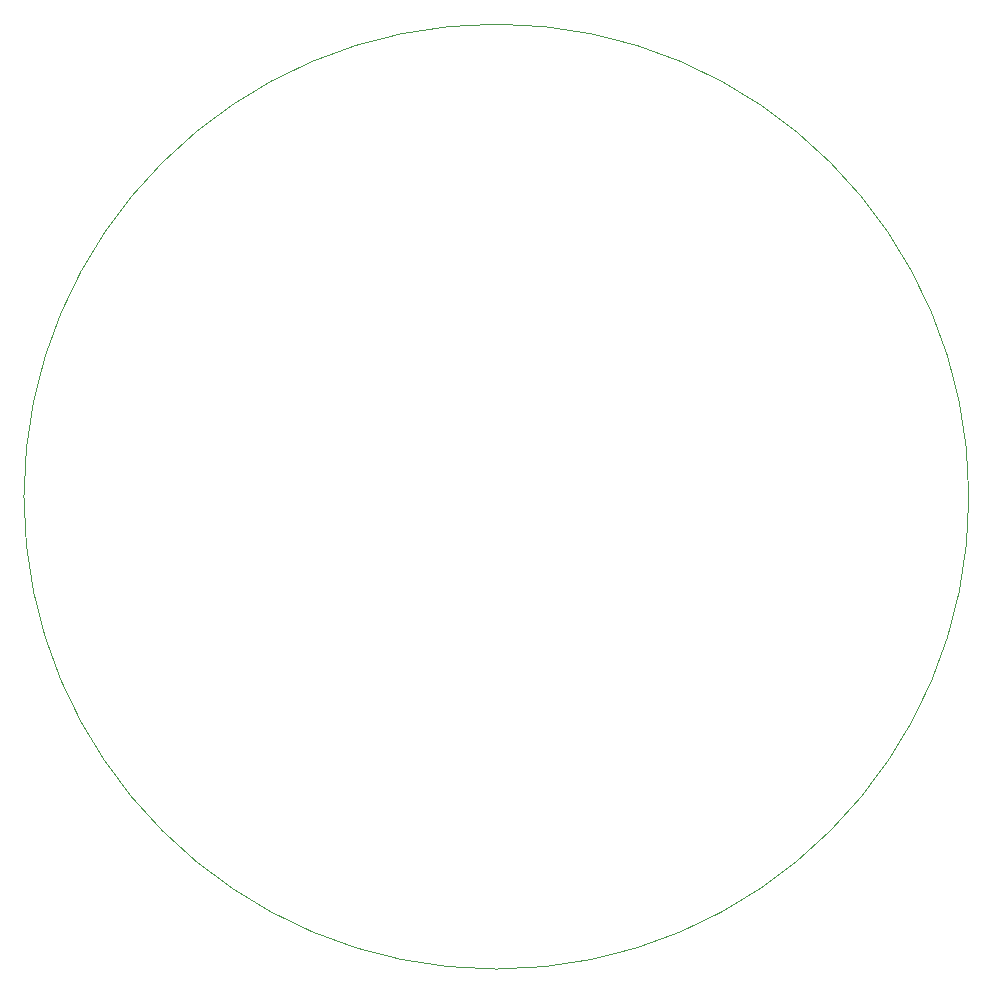
<source format=gm1>
%TF.GenerationSoftware,KiCad,Pcbnew,9.0.0*%
%TF.CreationDate,2025-06-29T18:37:43-04:00*%
%TF.ProjectId,darksky-porch-light,6461726b-736b-4792-9d70-6f7263682d6c,rev?*%
%TF.SameCoordinates,Original*%
%TF.FileFunction,Profile,NP*%
%FSLAX46Y46*%
G04 Gerber Fmt 4.6, Leading zero omitted, Abs format (unit mm)*
G04 Created by KiCad (PCBNEW 9.0.0) date 2025-06-29 18:37:43*
%MOMM*%
%LPD*%
G01*
G04 APERTURE LIST*
%TA.AperFunction,Profile*%
%ADD10C,0.050000*%
%TD*%
G04 APERTURE END LIST*
D10*
X195000000Y-95000000D02*
G75*
G02*
X115000000Y-95000000I-40000000J0D01*
G01*
X115000000Y-95000000D02*
G75*
G02*
X195000000Y-95000000I40000000J0D01*
G01*
M02*

</source>
